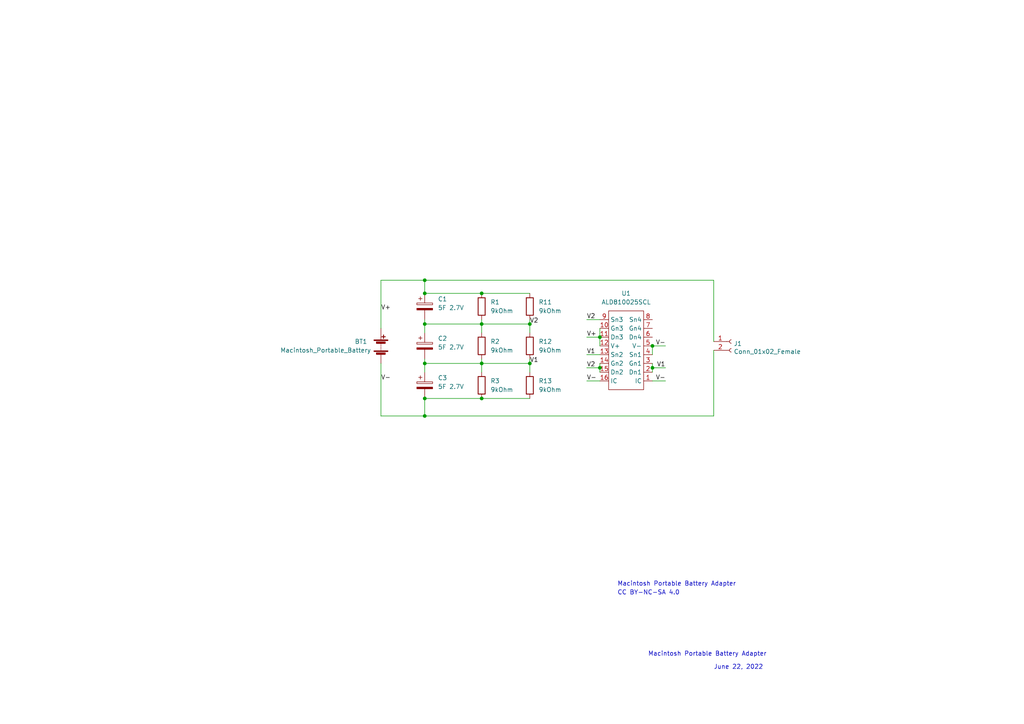
<source format=kicad_sch>
(kicad_sch (version 20211123) (generator eeschema)

  (uuid f022716e-b121-4cbf-a833-20e924070c22)

  (paper "A4")

  (lib_symbols
    (symbol "Connector:Conn_01x02_Female" (pin_names (offset 1.016) hide) (in_bom yes) (on_board yes)
      (property "Reference" "J" (id 0) (at 0 2.54 0)
        (effects (font (size 1.27 1.27)))
      )
      (property "Value" "Conn_01x02_Female" (id 1) (at 0 -5.08 0)
        (effects (font (size 1.27 1.27)))
      )
      (property "Footprint" "" (id 2) (at 0 0 0)
        (effects (font (size 1.27 1.27)) hide)
      )
      (property "Datasheet" "~" (id 3) (at 0 0 0)
        (effects (font (size 1.27 1.27)) hide)
      )
      (property "ki_keywords" "connector" (id 4) (at 0 0 0)
        (effects (font (size 1.27 1.27)) hide)
      )
      (property "ki_description" "Generic connector, single row, 01x02, script generated (kicad-library-utils/schlib/autogen/connector/)" (id 5) (at 0 0 0)
        (effects (font (size 1.27 1.27)) hide)
      )
      (property "ki_fp_filters" "Connector*:*_1x??_*" (id 6) (at 0 0 0)
        (effects (font (size 1.27 1.27)) hide)
      )
      (symbol "Conn_01x02_Female_1_1"
        (arc (start 0 -2.032) (mid -0.508 -2.54) (end 0 -3.048)
          (stroke (width 0.1524) (type default) (color 0 0 0 0))
          (fill (type none))
        )
        (polyline
          (pts
            (xy -1.27 -2.54)
            (xy -0.508 -2.54)
          )
          (stroke (width 0.1524) (type default) (color 0 0 0 0))
          (fill (type none))
        )
        (polyline
          (pts
            (xy -1.27 0)
            (xy -0.508 0)
          )
          (stroke (width 0.1524) (type default) (color 0 0 0 0))
          (fill (type none))
        )
        (arc (start 0 0.508) (mid -0.508 0) (end 0 -0.508)
          (stroke (width 0.1524) (type default) (color 0 0 0 0))
          (fill (type none))
        )
        (pin passive line (at -5.08 0 0) (length 3.81)
          (name "Pin_1" (effects (font (size 1.27 1.27))))
          (number "1" (effects (font (size 1.27 1.27))))
        )
        (pin passive line (at -5.08 -2.54 0) (length 3.81)
          (name "Pin_2" (effects (font (size 1.27 1.27))))
          (number "2" (effects (font (size 1.27 1.27))))
        )
      )
    )
    (symbol "Device:C_Polarized" (pin_numbers hide) (pin_names (offset 0.254)) (in_bom yes) (on_board yes)
      (property "Reference" "C" (id 0) (at 0.635 2.54 0)
        (effects (font (size 1.27 1.27)) (justify left))
      )
      (property "Value" "C_Polarized" (id 1) (at 0.635 -2.54 0)
        (effects (font (size 1.27 1.27)) (justify left))
      )
      (property "Footprint" "" (id 2) (at 0.9652 -3.81 0)
        (effects (font (size 1.27 1.27)) hide)
      )
      (property "Datasheet" "~" (id 3) (at 0 0 0)
        (effects (font (size 1.27 1.27)) hide)
      )
      (property "ki_keywords" "cap capacitor" (id 4) (at 0 0 0)
        (effects (font (size 1.27 1.27)) hide)
      )
      (property "ki_description" "Polarized capacitor" (id 5) (at 0 0 0)
        (effects (font (size 1.27 1.27)) hide)
      )
      (property "ki_fp_filters" "CP_*" (id 6) (at 0 0 0)
        (effects (font (size 1.27 1.27)) hide)
      )
      (symbol "C_Polarized_0_1"
        (rectangle (start -2.286 0.508) (end 2.286 1.016)
          (stroke (width 0) (type default) (color 0 0 0 0))
          (fill (type none))
        )
        (polyline
          (pts
            (xy -1.778 2.286)
            (xy -0.762 2.286)
          )
          (stroke (width 0) (type default) (color 0 0 0 0))
          (fill (type none))
        )
        (polyline
          (pts
            (xy -1.27 2.794)
            (xy -1.27 1.778)
          )
          (stroke (width 0) (type default) (color 0 0 0 0))
          (fill (type none))
        )
        (rectangle (start 2.286 -0.508) (end -2.286 -1.016)
          (stroke (width 0) (type default) (color 0 0 0 0))
          (fill (type outline))
        )
      )
      (symbol "C_Polarized_1_1"
        (pin passive line (at 0 3.81 270) (length 2.794)
          (name "~" (effects (font (size 1.27 1.27))))
          (number "1" (effects (font (size 1.27 1.27))))
        )
        (pin passive line (at 0 -3.81 90) (length 2.794)
          (name "~" (effects (font (size 1.27 1.27))))
          (number "2" (effects (font (size 1.27 1.27))))
        )
      )
    )
    (symbol "Device:R" (pin_numbers hide) (pin_names (offset 0)) (in_bom yes) (on_board yes)
      (property "Reference" "R" (id 0) (at 2.032 0 90)
        (effects (font (size 1.27 1.27)))
      )
      (property "Value" "R" (id 1) (at 0 0 90)
        (effects (font (size 1.27 1.27)))
      )
      (property "Footprint" "" (id 2) (at -1.778 0 90)
        (effects (font (size 1.27 1.27)) hide)
      )
      (property "Datasheet" "~" (id 3) (at 0 0 0)
        (effects (font (size 1.27 1.27)) hide)
      )
      (property "ki_keywords" "R res resistor" (id 4) (at 0 0 0)
        (effects (font (size 1.27 1.27)) hide)
      )
      (property "ki_description" "Resistor" (id 5) (at 0 0 0)
        (effects (font (size 1.27 1.27)) hide)
      )
      (property "ki_fp_filters" "R_*" (id 6) (at 0 0 0)
        (effects (font (size 1.27 1.27)) hide)
      )
      (symbol "R_0_1"
        (rectangle (start -1.016 -2.54) (end 1.016 2.54)
          (stroke (width 0.254) (type default) (color 0 0 0 0))
          (fill (type none))
        )
      )
      (symbol "R_1_1"
        (pin passive line (at 0 3.81 270) (length 1.27)
          (name "~" (effects (font (size 1.27 1.27))))
          (number "1" (effects (font (size 1.27 1.27))))
        )
        (pin passive line (at 0 -3.81 90) (length 1.27)
          (name "~" (effects (font (size 1.27 1.27))))
          (number "2" (effects (font (size 1.27 1.27))))
        )
      )
    )
    (symbol "project:ALD810025SCL" (in_bom yes) (on_board yes)
      (property "Reference" "U" (id 0) (at 0 12.7 0)
        (effects (font (size 1.27 1.27)))
      )
      (property "Value" "ALD810025SCL" (id 1) (at 0 15.24 0)
        (effects (font (size 1.27 1.27)))
      )
      (property "Footprint" "Package_SO:SOIC-16_3.9x9.9mm_P1.27mm" (id 2) (at 0 -1.27 0)
        (effects (font (size 1.27 1.27)) hide)
      )
      (property "Datasheet" "" (id 3) (at 0 -1.27 0)
        (effects (font (size 1.27 1.27)) hide)
      )
      (symbol "ALD810025SCL_0_1"
        (rectangle (start -5.08 11.43) (end 5.08 -11.43)
          (stroke (width 0) (type default) (color 0 0 0 0))
          (fill (type none))
        )
      )
      (symbol "ALD810025SCL_1_1"
        (pin input line (at -7.62 8.89 0) (length 2.54)
          (name "IC" (effects (font (size 1.27 1.27))))
          (number "1" (effects (font (size 1.27 1.27))))
        )
        (pin input line (at 7.62 -6.35 180) (length 2.54)
          (name "Gn3" (effects (font (size 1.27 1.27))))
          (number "10" (effects (font (size 1.27 1.27))))
        )
        (pin input line (at 7.62 -3.81 180) (length 2.54)
          (name "Dn3" (effects (font (size 1.27 1.27))))
          (number "11" (effects (font (size 1.27 1.27))))
        )
        (pin input line (at 7.62 -1.27 180) (length 2.54)
          (name "V+" (effects (font (size 1.27 1.27))))
          (number "12" (effects (font (size 1.27 1.27))))
        )
        (pin input line (at 7.62 1.27 180) (length 2.54)
          (name "Sn2" (effects (font (size 1.27 1.27))))
          (number "13" (effects (font (size 1.27 1.27))))
        )
        (pin input line (at 7.62 3.81 180) (length 2.54)
          (name "Gn2" (effects (font (size 1.27 1.27))))
          (number "14" (effects (font (size 1.27 1.27))))
        )
        (pin input line (at 7.62 6.35 180) (length 2.54)
          (name "Dn2" (effects (font (size 1.27 1.27))))
          (number "15" (effects (font (size 1.27 1.27))))
        )
        (pin input line (at 7.62 8.89 180) (length 2.54)
          (name "IC" (effects (font (size 1.27 1.27))))
          (number "16" (effects (font (size 1.27 1.27))))
        )
        (pin input line (at -7.62 6.35 0) (length 2.54)
          (name "Dn1" (effects (font (size 1.27 1.27))))
          (number "2" (effects (font (size 1.27 1.27))))
        )
        (pin input line (at -7.62 3.81 0) (length 2.54)
          (name "Gn1" (effects (font (size 1.27 1.27))))
          (number "3" (effects (font (size 1.27 1.27))))
        )
        (pin input line (at -7.62 1.27 0) (length 2.54)
          (name "Sn1" (effects (font (size 1.27 1.27))))
          (number "4" (effects (font (size 1.27 1.27))))
        )
        (pin input line (at -7.62 -1.27 0) (length 2.54)
          (name "V-" (effects (font (size 1.27 1.27))))
          (number "5" (effects (font (size 1.27 1.27))))
        )
        (pin input line (at -7.62 -3.81 0) (length 2.54)
          (name "Dn4" (effects (font (size 1.27 1.27))))
          (number "6" (effects (font (size 1.27 1.27))))
        )
        (pin input line (at -7.62 -6.35 0) (length 2.54)
          (name "Gn4" (effects (font (size 1.27 1.27))))
          (number "7" (effects (font (size 1.27 1.27))))
        )
        (pin input line (at -7.62 -8.89 0) (length 2.54)
          (name "Sn4" (effects (font (size 1.27 1.27))))
          (number "8" (effects (font (size 1.27 1.27))))
        )
        (pin input line (at 7.62 -8.89 180) (length 2.54)
          (name "Sn3" (effects (font (size 1.27 1.27))))
          (number "9" (effects (font (size 1.27 1.27))))
        )
      )
    )
    (symbol "project:Macintosh_Portable_Battery" (pin_numbers hide) (pin_names (offset 0) hide) (in_bom yes) (on_board yes)
      (property "Reference" "BT" (id 0) (at 2.54 2.54 0)
        (effects (font (size 1.27 1.27)) (justify left))
      )
      (property "Value" "Macintosh_Portable_Battery" (id 1) (at 2.54 0 0)
        (effects (font (size 1.27 1.27)) (justify left))
      )
      (property "Footprint" "" (id 2) (at 0 1.524 90)
        (effects (font (size 1.27 1.27)) hide)
      )
      (property "Datasheet" "~" (id 3) (at 0 1.524 90)
        (effects (font (size 1.27 1.27)) hide)
      )
      (property "ki_keywords" "batt voltage-source cell" (id 4) (at 0 0 0)
        (effects (font (size 1.27 1.27)) hide)
      )
      (property "ki_description" "Multiple-cell battery" (id 5) (at 0 0 0)
        (effects (font (size 1.27 1.27)) hide)
      )
      (symbol "Macintosh_Portable_Battery_0_1"
        (rectangle (start -2.032 -1.397) (end 2.032 -1.651)
          (stroke (width 0) (type default) (color 0 0 0 0))
          (fill (type outline))
        )
        (rectangle (start -2.032 1.778) (end 2.032 1.524)
          (stroke (width 0) (type default) (color 0 0 0 0))
          (fill (type outline))
        )
        (rectangle (start -1.3208 -1.9812) (end 1.27 -2.4892)
          (stroke (width 0) (type default) (color 0 0 0 0))
          (fill (type outline))
        )
        (rectangle (start -1.3208 1.1938) (end 1.27 0.6858)
          (stroke (width 0) (type default) (color 0 0 0 0))
          (fill (type outline))
        )
        (polyline
          (pts
            (xy 0 -1.524)
            (xy 0 -1.27)
          )
          (stroke (width 0) (type default) (color 0 0 0 0))
          (fill (type none))
        )
        (polyline
          (pts
            (xy 0 -1.016)
            (xy 0 -0.762)
          )
          (stroke (width 0) (type default) (color 0 0 0 0))
          (fill (type none))
        )
        (polyline
          (pts
            (xy 0 -0.508)
            (xy 0 -0.254)
          )
          (stroke (width 0) (type default) (color 0 0 0 0))
          (fill (type none))
        )
        (polyline
          (pts
            (xy 0 0)
            (xy 0 0.254)
          )
          (stroke (width 0) (type default) (color 0 0 0 0))
          (fill (type none))
        )
        (polyline
          (pts
            (xy 0 0.508)
            (xy 0 0.762)
          )
          (stroke (width 0) (type default) (color 0 0 0 0))
          (fill (type none))
        )
        (polyline
          (pts
            (xy 0 1.778)
            (xy 0 2.54)
          )
          (stroke (width 0) (type default) (color 0 0 0 0))
          (fill (type none))
        )
        (polyline
          (pts
            (xy 0.254 2.667)
            (xy 1.27 2.667)
          )
          (stroke (width 0.254) (type default) (color 0 0 0 0))
          (fill (type none))
        )
        (polyline
          (pts
            (xy 0.762 3.175)
            (xy 0.762 2.159)
          )
          (stroke (width 0.254) (type default) (color 0 0 0 0))
          (fill (type none))
        )
      )
      (symbol "Macintosh_Portable_Battery_1_1"
        (pin passive line (at 0 5.08 270) (length 2.54)
          (name "+" (effects (font (size 1.27 1.27))))
          (number "1" (effects (font (size 1.27 1.27))))
        )
        (pin passive line (at 0 -5.08 90) (length 2.54)
          (name "-" (effects (font (size 1.27 1.27))))
          (number "2" (effects (font (size 1.27 1.27))))
        )
      )
    )
  )

  (junction (at 153.67 93.98) (diameter 0) (color 0 0 0 0)
    (uuid 1f8632ca-2774-4592-80e1-01eafacfe099)
  )
  (junction (at 139.7 115.57) (diameter 0) (color 0 0 0 0)
    (uuid 33eb8c7a-6e6b-4778-9ca0-857728f74878)
  )
  (junction (at 123.19 93.98) (diameter 0) (color 0 0 0 0)
    (uuid 390b45bc-773a-45ce-a981-fff89e4981fb)
  )
  (junction (at 123.19 81.28) (diameter 0) (color 0 0 0 0)
    (uuid 3ded4d6b-4da2-41e9-9a37-5ba2ae4381ad)
  )
  (junction (at 123.19 120.65) (diameter 0) (color 0 0 0 0)
    (uuid 48f618ea-de15-4c60-92fe-a6478d4074df)
  )
  (junction (at 139.7 105.41) (diameter 0) (color 0 0 0 0)
    (uuid 5b6d797f-86ea-41ad-9add-fca3a17ceca3)
  )
  (junction (at 189.23 106.68) (diameter 0) (color 0 0 0 0)
    (uuid 6b0516d3-4dd9-4e1e-9142-1039696aaa7c)
  )
  (junction (at 123.19 115.57) (diameter 0) (color 0 0 0 0)
    (uuid 8f5cfab3-6d97-4d3e-8fb9-7f2b3b884a79)
  )
  (junction (at 153.67 105.41) (diameter 0) (color 0 0 0 0)
    (uuid 94acaf53-623b-4c2f-8fa1-70b81c4850f8)
  )
  (junction (at 139.7 93.98) (diameter 0) (color 0 0 0 0)
    (uuid 9d49ba47-efc9-4eed-bdd6-c0e7af7589db)
  )
  (junction (at 173.99 97.79) (diameter 0) (color 0 0 0 0)
    (uuid b6ef5e2a-4f65-4524-8046-ee7d7380eacd)
  )
  (junction (at 173.99 106.68) (diameter 0) (color 0 0 0 0)
    (uuid b95f2421-1153-4206-ba17-2b577fed61b4)
  )
  (junction (at 123.19 105.41) (diameter 0) (color 0 0 0 0)
    (uuid d3218665-1c4d-4b80-b1cb-d53dcfa9cda4)
  )
  (junction (at 189.23 100.33) (diameter 0) (color 0 0 0 0)
    (uuid f958fe05-34da-4d4e-8f89-a86170a8f8e9)
  )
  (junction (at 139.7 85.09) (diameter 0) (color 0 0 0 0)
    (uuid f9a76da2-bf1d-4e01-8cdf-888f7f979417)
  )
  (junction (at 123.19 85.09) (diameter 0) (color 0 0 0 0)
    (uuid fe48284f-64f2-472a-ad3f-f312adaecf72)
  )

  (wire (pts (xy 193.04 100.33) (xy 189.23 100.33))
    (stroke (width 0) (type default) (color 0 0 0 0))
    (uuid 01b51d2a-5805-41d6-b361-772ac0a7a9c6)
  )
  (wire (pts (xy 123.19 115.57) (xy 123.19 120.65))
    (stroke (width 0) (type default) (color 0 0 0 0))
    (uuid 060a1c50-6abc-415c-a5c5-eab168ad30cb)
  )
  (wire (pts (xy 123.19 85.09) (xy 139.7 85.09))
    (stroke (width 0) (type default) (color 0 0 0 0))
    (uuid 1257492e-ab71-457c-9af6-58db173d3107)
  )
  (wire (pts (xy 170.18 92.71) (xy 173.99 92.71))
    (stroke (width 0) (type default) (color 0 0 0 0))
    (uuid 12ee5fc6-e08d-4a7b-b06c-2f2927e97507)
  )
  (wire (pts (xy 153.67 92.71) (xy 153.67 93.98))
    (stroke (width 0) (type default) (color 0 0 0 0))
    (uuid 21886710-6d03-405d-b833-0830ca3c36ce)
  )
  (wire (pts (xy 173.99 106.68) (xy 173.99 105.41))
    (stroke (width 0) (type default) (color 0 0 0 0))
    (uuid 235f306a-9d5a-4bad-b3cd-71bc68936595)
  )
  (wire (pts (xy 189.23 102.87) (xy 189.23 100.33))
    (stroke (width 0) (type default) (color 0 0 0 0))
    (uuid 26a69a0e-0e18-4d96-96ef-aaf4b5592d70)
  )
  (wire (pts (xy 123.19 120.65) (xy 207.01 120.65))
    (stroke (width 0) (type default) (color 0 0 0 0))
    (uuid 27c3c039-ee6a-4a27-b69d-8a0abc3728e5)
  )
  (wire (pts (xy 123.19 81.28) (xy 110.49 81.28))
    (stroke (width 0) (type default) (color 0 0 0 0))
    (uuid 27fa4445-4cae-443b-a87e-b0d420415c33)
  )
  (wire (pts (xy 189.23 107.95) (xy 189.23 106.68))
    (stroke (width 0) (type default) (color 0 0 0 0))
    (uuid 29244bfb-5140-49a2-b4a4-02f1ce9f4524)
  )
  (wire (pts (xy 173.99 97.79) (xy 173.99 100.33))
    (stroke (width 0) (type default) (color 0 0 0 0))
    (uuid 297060d9-ff71-4a64-8471-f933b7574b95)
  )
  (wire (pts (xy 123.19 93.98) (xy 139.7 93.98))
    (stroke (width 0) (type default) (color 0 0 0 0))
    (uuid 2e285997-c226-4688-89a8-d610ed0c170d)
  )
  (wire (pts (xy 123.19 81.28) (xy 207.01 81.28))
    (stroke (width 0) (type default) (color 0 0 0 0))
    (uuid 2e54ecb2-d8a5-4054-82eb-83db69eed5bb)
  )
  (wire (pts (xy 123.19 92.71) (xy 123.19 93.98))
    (stroke (width 0) (type default) (color 0 0 0 0))
    (uuid 3863ff53-3571-4c40-95e9-7ca9f28906ab)
  )
  (wire (pts (xy 123.19 120.65) (xy 110.49 120.65))
    (stroke (width 0) (type default) (color 0 0 0 0))
    (uuid 38bba546-d211-41b5-8ada-cab6cd68d545)
  )
  (wire (pts (xy 139.7 105.41) (xy 153.67 105.41))
    (stroke (width 0) (type default) (color 0 0 0 0))
    (uuid 4c60cb47-f744-4c40-a7d7-370fe1717142)
  )
  (wire (pts (xy 173.99 110.49) (xy 170.18 110.49))
    (stroke (width 0) (type default) (color 0 0 0 0))
    (uuid 52cd4a49-da5c-4e0c-89bd-1f81a9dc48b6)
  )
  (wire (pts (xy 173.99 106.68) (xy 170.18 106.68))
    (stroke (width 0) (type default) (color 0 0 0 0))
    (uuid 5532c231-bd16-4466-b723-6dff7b9fd10b)
  )
  (wire (pts (xy 139.7 93.98) (xy 139.7 96.52))
    (stroke (width 0) (type default) (color 0 0 0 0))
    (uuid 646e0ff4-3214-4e82-a839-9d6580d3c4fa)
  )
  (wire (pts (xy 123.19 81.28) (xy 123.19 85.09))
    (stroke (width 0) (type default) (color 0 0 0 0))
    (uuid 6ad63e69-6248-4dc1-9441-8a7c57844020)
  )
  (wire (pts (xy 139.7 92.71) (xy 139.7 93.98))
    (stroke (width 0) (type default) (color 0 0 0 0))
    (uuid 7186791b-b394-4326-bb9a-cd71b645b54a)
  )
  (wire (pts (xy 173.99 95.25) (xy 173.99 97.79))
    (stroke (width 0) (type default) (color 0 0 0 0))
    (uuid 73fbdab2-49cc-45aa-be13-7954e1e2b668)
  )
  (wire (pts (xy 139.7 93.98) (xy 153.67 93.98))
    (stroke (width 0) (type default) (color 0 0 0 0))
    (uuid 744fcb8b-96da-45bd-a707-ab6740fda998)
  )
  (wire (pts (xy 123.19 115.57) (xy 139.7 115.57))
    (stroke (width 0) (type default) (color 0 0 0 0))
    (uuid 7e3f5f2c-0e65-41d0-9773-a182381af2dc)
  )
  (wire (pts (xy 207.01 99.06) (xy 207.01 81.28))
    (stroke (width 0) (type default) (color 0 0 0 0))
    (uuid 909b030b-fa1a-4fe8-b1ee-422b4d9e23cf)
  )
  (wire (pts (xy 193.04 106.68) (xy 189.23 106.68))
    (stroke (width 0) (type default) (color 0 0 0 0))
    (uuid 9c02f04c-6f9f-42a7-98ec-22c6065f0daa)
  )
  (wire (pts (xy 139.7 104.14) (xy 139.7 105.41))
    (stroke (width 0) (type default) (color 0 0 0 0))
    (uuid 9d6a82c1-0f4d-4bae-870a-6ea72ab488c3)
  )
  (wire (pts (xy 173.99 97.79) (xy 170.18 97.79))
    (stroke (width 0) (type default) (color 0 0 0 0))
    (uuid a71477b3-c1a5-4f07-8ebe-bab77a4db7c2)
  )
  (wire (pts (xy 123.19 105.41) (xy 123.19 107.95))
    (stroke (width 0) (type default) (color 0 0 0 0))
    (uuid a73a8d40-54e3-4777-92e2-ea395345feb6)
  )
  (wire (pts (xy 170.18 102.87) (xy 173.99 102.87))
    (stroke (width 0) (type default) (color 0 0 0 0))
    (uuid a8090d45-ee08-41c0-bea3-2e665b3359a3)
  )
  (wire (pts (xy 110.49 81.28) (xy 110.49 95.25))
    (stroke (width 0) (type default) (color 0 0 0 0))
    (uuid aed7e476-526e-495c-9d05-e5fdb09230ea)
  )
  (wire (pts (xy 153.67 93.98) (xy 153.67 96.52))
    (stroke (width 0) (type default) (color 0 0 0 0))
    (uuid b3e59c58-f355-435d-8049-d3705902e5e0)
  )
  (wire (pts (xy 189.23 106.68) (xy 189.23 105.41))
    (stroke (width 0) (type default) (color 0 0 0 0))
    (uuid b7a8976a-daa8-4e3c-9d03-cef69343c993)
  )
  (wire (pts (xy 139.7 115.57) (xy 153.67 115.57))
    (stroke (width 0) (type default) (color 0 0 0 0))
    (uuid b9bda27c-ba2f-486a-b6d5-8aea76153f2e)
  )
  (wire (pts (xy 139.7 105.41) (xy 139.7 107.95))
    (stroke (width 0) (type default) (color 0 0 0 0))
    (uuid baa5f660-a25b-49cc-b2d4-d628ebc6e74a)
  )
  (wire (pts (xy 153.67 105.41) (xy 153.67 107.95))
    (stroke (width 0) (type default) (color 0 0 0 0))
    (uuid bce7ae27-baab-4204-b11a-3c3f781b87e0)
  )
  (wire (pts (xy 173.99 107.95) (xy 173.99 106.68))
    (stroke (width 0) (type default) (color 0 0 0 0))
    (uuid caf9cfd6-58f6-47ba-a40a-7ba3f761e188)
  )
  (wire (pts (xy 193.04 110.49) (xy 189.23 110.49))
    (stroke (width 0) (type default) (color 0 0 0 0))
    (uuid d13ee432-c1e8-49ff-ae3b-c3dba25df7aa)
  )
  (wire (pts (xy 123.19 104.14) (xy 123.19 105.41))
    (stroke (width 0) (type default) (color 0 0 0 0))
    (uuid d231e753-2491-4ced-886b-e6aa4e419054)
  )
  (wire (pts (xy 139.7 85.09) (xy 153.67 85.09))
    (stroke (width 0) (type default) (color 0 0 0 0))
    (uuid dcd01e69-82e0-470d-a727-5378c9b75f4d)
  )
  (wire (pts (xy 153.67 104.14) (xy 153.67 105.41))
    (stroke (width 0) (type default) (color 0 0 0 0))
    (uuid dcea6039-5144-4402-9cdb-96b4cc5430df)
  )
  (wire (pts (xy 123.19 93.98) (xy 123.19 96.52))
    (stroke (width 0) (type default) (color 0 0 0 0))
    (uuid de82e2cf-eba5-41d6-8a44-795ca857f55b)
  )
  (wire (pts (xy 123.19 105.41) (xy 139.7 105.41))
    (stroke (width 0) (type default) (color 0 0 0 0))
    (uuid dee5435e-947e-4e18-a6d2-a18384b7e519)
  )
  (wire (pts (xy 207.01 101.6) (xy 207.01 120.65))
    (stroke (width 0) (type default) (color 0 0 0 0))
    (uuid ebadd2a5-21ab-4a7e-b5bc-6f737367e560)
  )
  (wire (pts (xy 110.49 120.65) (xy 110.49 105.41))
    (stroke (width 0) (type default) (color 0 0 0 0))
    (uuid fdb2751a-dcff-4be4-87e2-5c2b86056291)
  )

  (text "CC BY-NC-SA 4.0" (at 179.07 172.72 0)
    (effects (font (size 1.27 1.27)) (justify left bottom))
    (uuid 2bef89de-08c7-4a13-9d85-67948d429ca0)
  )
  (text "Macintosh Portable Battery Adapter" (at 187.96 190.5 0)
    (effects (font (size 1.27 1.27)) (justify left bottom))
    (uuid 6ca3c38c-4e71-4202-b6c1-1b25f04a27ae)
  )
  (text "June 22, 2022" (at 207.01 194.31 0)
    (effects (font (size 1.27 1.27)) (justify left bottom))
    (uuid cb868d2e-5efb-4bfb-8796-88435b326918)
  )
  (text "Macintosh Portable Battery Adapter" (at 179.07 170.18 0)
    (effects (font (size 1.27 1.27)) (justify left bottom))
    (uuid fc0a4225-db46-4d48-8163-d522602d57cd)
  )

  (label "V2" (at 153.67 93.98 0)
    (effects (font (size 1.27 1.27)) (justify left bottom))
    (uuid 41e44176-3d3e-4b19-aea0-11112cd54efe)
  )
  (label "V-" (at 193.04 100.33 180)
    (effects (font (size 1.27 1.27)) (justify right bottom))
    (uuid 6449bcca-8b41-40fd-9d18-d403ea061631)
  )
  (label "V+" (at 170.18 97.79 0)
    (effects (font (size 1.27 1.27)) (justify left bottom))
    (uuid 64cfae15-a851-4a3c-a7ca-8f03d3c9f2fc)
  )
  (label "V2" (at 170.18 92.71 0)
    (effects (font (size 1.27 1.27)) (justify left bottom))
    (uuid 7ce33252-41b5-4c0a-8fd8-a797d058f875)
  )
  (label "V-" (at 170.18 110.49 0)
    (effects (font (size 1.27 1.27)) (justify left bottom))
    (uuid 82f76f81-5329-43b2-9578-c73ed3bb4589)
  )
  (label "V1" (at 170.18 102.87 0)
    (effects (font (size 1.27 1.27)) (justify left bottom))
    (uuid 9b742d98-806c-4e7b-a5fc-476913062bbb)
  )
  (label "V-" (at 110.49 110.49 0)
    (effects (font (size 1.27 1.27)) (justify left bottom))
    (uuid aba3e0fa-6a62-4c6d-ad67-d2d6fd835328)
  )
  (label "V1" (at 153.67 105.41 0)
    (effects (font (size 1.27 1.27)) (justify left bottom))
    (uuid b31ea008-d5b7-4eb4-b841-6df36c54f260)
  )
  (label "V1" (at 190.5 106.68 0)
    (effects (font (size 1.27 1.27)) (justify left bottom))
    (uuid b85f4b12-e46a-4d6c-8ce0-fc76633ed59f)
  )
  (label "V+" (at 110.49 90.17 0)
    (effects (font (size 1.27 1.27)) (justify left bottom))
    (uuid bc1d5204-4587-4b07-b88d-591732fde795)
  )
  (label "V-" (at 193.04 110.49 180)
    (effects (font (size 1.27 1.27)) (justify right bottom))
    (uuid eef9d69e-7a4b-4b18-b23e-19fba6e24955)
  )
  (label "V2" (at 170.18 106.68 0)
    (effects (font (size 1.27 1.27)) (justify left bottom))
    (uuid fa38177d-ff58-4b79-b02f-18b7f14dce7e)
  )

  (symbol (lib_id "project:Macintosh_Portable_Battery") (at 110.49 100.33 0) (unit 1)
    (in_bom yes) (on_board yes)
    (uuid 00000000-0000-0000-0000-000061ccbd7a)
    (property "Reference" "BT1" (id 0) (at 102.87 99.06 0)
      (effects (font (size 1.27 1.27)) (justify left))
    )
    (property "Value" "Macintosh_Portable_Battery" (id 1) (at 81.28 101.6 0)
      (effects (font (size 1.27 1.27)) (justify left))
    )
    (property "Footprint" "project:Macintosh_Portable_Battery_Contacts" (id 2) (at 110.49 98.806 90)
      (effects (font (size 1.27 1.27)) hide)
    )
    (property "Datasheet" "~" (id 3) (at 110.49 98.806 90)
      (effects (font (size 1.27 1.27)) hide)
    )
    (pin "1" (uuid bee0487e-a651-442d-aa85-19b02ce5e689))
    (pin "2" (uuid 2aa4be08-672a-4b76-8fe7-581763319bb5))
  )

  (symbol (lib_id "Connector:Conn_01x02_Female") (at 212.09 99.06 0) (unit 1)
    (in_bom yes) (on_board yes)
    (uuid 00000000-0000-0000-0000-000061ccc7ae)
    (property "Reference" "J1" (id 0) (at 212.8012 99.6696 0)
      (effects (font (size 1.27 1.27)) (justify left))
    )
    (property "Value" "Conn_01x02_Female" (id 1) (at 212.8012 101.981 0)
      (effects (font (size 1.27 1.27)) (justify left))
    )
    (property "Footprint" "project:Macintosh_Portable_Battery_Wire_Pads" (id 2) (at 212.09 99.06 0)
      (effects (font (size 1.27 1.27)) hide)
    )
    (property "Datasheet" "~" (id 3) (at 212.09 99.06 0)
      (effects (font (size 1.27 1.27)) hide)
    )
    (pin "1" (uuid 26de8071-b874-424c-a095-058ed68bac04))
    (pin "2" (uuid ae0d7f52-25db-435f-8736-0bdf43070b16))
  )

  (symbol (lib_id "Device:R") (at 139.7 111.76 0) (unit 1)
    (in_bom yes) (on_board yes) (fields_autoplaced)
    (uuid 2a7f1875-2810-497c-a8c9-1756624f4843)
    (property "Reference" "R3" (id 0) (at 142.24 110.4899 0)
      (effects (font (size 1.27 1.27)) (justify left))
    )
    (property "Value" "" (id 1) (at 142.24 113.0299 0)
      (effects (font (size 1.27 1.27)) (justify left))
    )
    (property "Footprint" "" (id 2) (at 137.922 111.76 90)
      (effects (font (size 1.27 1.27)) hide)
    )
    (property "Datasheet" "~" (id 3) (at 139.7 111.76 0)
      (effects (font (size 1.27 1.27)) hide)
    )
    (pin "1" (uuid 361c542d-ed0b-42eb-a952-4b81fc9e76fe))
    (pin "2" (uuid e7327f81-302f-46a6-8bc1-7bf1eb5b93a8))
  )

  (symbol (lib_id "project:ALD810025SCL") (at 181.61 101.6 180) (unit 1)
    (in_bom yes) (on_board yes) (fields_autoplaced)
    (uuid 31c548c5-b539-4085-bcef-93103e1e6e6e)
    (property "Reference" "U1" (id 0) (at 181.61 85.09 0))
    (property "Value" "" (id 1) (at 181.61 87.63 0))
    (property "Footprint" "" (id 2) (at 181.61 100.33 0)
      (effects (font (size 1.27 1.27)) hide)
    )
    (property "Datasheet" "" (id 3) (at 181.61 100.33 0)
      (effects (font (size 1.27 1.27)) hide)
    )
    (pin "1" (uuid d36c7265-d08d-477c-993d-3a36cb014c05))
    (pin "10" (uuid a1d7aba3-441c-4820-879c-11a0b1f0d8e0))
    (pin "11" (uuid f46e8765-0abb-430d-b807-b5abc26146b5))
    (pin "12" (uuid 0375f49c-cd6a-42bb-b69e-9fab92780fa3))
    (pin "13" (uuid 9625ff2c-6fb0-4052-981d-a200df284c38))
    (pin "14" (uuid 1e6f0150-77e2-4008-b7f7-70271c3473d5))
    (pin "15" (uuid 41d57354-b3c4-4f3c-8ba6-780cb005663b))
    (pin "16" (uuid 36befe30-e97d-4c5d-8180-109a9bb22e2b))
    (pin "2" (uuid 026c207c-e0c3-4435-b3a7-20f5f8c36aae))
    (pin "3" (uuid 0123d08c-5dda-428f-a1ff-4cf3c7859f77))
    (pin "4" (uuid 8e98395b-03e9-4e8e-9c42-eaecd3feb22e))
    (pin "5" (uuid d8cd6e53-b529-47dc-be1a-04707efa1c9d))
    (pin "6" (uuid 5afb3864-93ce-4add-944c-e782b3b743e1))
    (pin "7" (uuid 605c910d-69b2-4abf-b617-9d182f379180))
    (pin "8" (uuid 07d6101a-ee18-4348-aa2b-53bf4b6d360d))
    (pin "9" (uuid 4b0bd9f0-48ca-498e-ae53-d4dd7a6c1f9d))
  )

  (symbol (lib_id "Device:R") (at 153.67 100.33 0) (unit 1)
    (in_bom yes) (on_board yes) (fields_autoplaced)
    (uuid 34e005ee-473a-4f0d-9762-4836c6b9ccf9)
    (property "Reference" "R12" (id 0) (at 156.21 99.0599 0)
      (effects (font (size 1.27 1.27)) (justify left))
    )
    (property "Value" "" (id 1) (at 156.21 101.5999 0)
      (effects (font (size 1.27 1.27)) (justify left))
    )
    (property "Footprint" "" (id 2) (at 151.892 100.33 90)
      (effects (font (size 1.27 1.27)) hide)
    )
    (property "Datasheet" "~" (id 3) (at 153.67 100.33 0)
      (effects (font (size 1.27 1.27)) hide)
    )
    (pin "1" (uuid afbbc8a6-e52f-4016-aadc-e67783eb46ae))
    (pin "2" (uuid d8218781-acbb-4fc3-8324-1feef1b23062))
  )

  (symbol (lib_id "Device:R") (at 139.7 88.9 0) (unit 1)
    (in_bom yes) (on_board yes) (fields_autoplaced)
    (uuid 4526da8b-f3d6-4db0-a004-e36f1e2e76f0)
    (property "Reference" "R1" (id 0) (at 142.24 87.6299 0)
      (effects (font (size 1.27 1.27)) (justify left))
    )
    (property "Value" "" (id 1) (at 142.24 90.1699 0)
      (effects (font (size 1.27 1.27)) (justify left))
    )
    (property "Footprint" "" (id 2) (at 137.922 88.9 90)
      (effects (font (size 1.27 1.27)) hide)
    )
    (property "Datasheet" "~" (id 3) (at 139.7 88.9 0)
      (effects (font (size 1.27 1.27)) hide)
    )
    (pin "1" (uuid 55b33b8c-0a6b-4bf1-bc66-c551dbe2b3c8))
    (pin "2" (uuid 01dc1571-76dd-4f64-bc6d-cc0bf0c32f59))
  )

  (symbol (lib_id "Device:C_Polarized") (at 123.19 111.76 0) (unit 1)
    (in_bom yes) (on_board yes) (fields_autoplaced)
    (uuid 7ec655e6-18e7-4ac7-958c-57cde557283c)
    (property "Reference" "C3" (id 0) (at 127 109.6009 0)
      (effects (font (size 1.27 1.27)) (justify left))
    )
    (property "Value" "" (id 1) (at 127 112.1409 0)
      (effects (font (size 1.27 1.27)) (justify left))
    )
    (property "Footprint" "" (id 2) (at 124.1552 115.57 0)
      (effects (font (size 1.27 1.27)) hide)
    )
    (property "Datasheet" "~" (id 3) (at 123.19 111.76 0)
      (effects (font (size 1.27 1.27)) hide)
    )
    (pin "1" (uuid b98b9a15-4492-4703-aaa6-9229f084028a))
    (pin "2" (uuid 4148b4a6-f661-45e1-be9a-a93d7bf5aa74))
  )

  (symbol (lib_id "Device:C_Polarized") (at 123.19 88.9 0) (unit 1)
    (in_bom yes) (on_board yes) (fields_autoplaced)
    (uuid 7f435098-d85b-42cc-8461-7690d9182834)
    (property "Reference" "C1" (id 0) (at 127 86.7409 0)
      (effects (font (size 1.27 1.27)) (justify left))
    )
    (property "Value" "" (id 1) (at 127 89.2809 0)
      (effects (font (size 1.27 1.27)) (justify left))
    )
    (property "Footprint" "" (id 2) (at 124.1552 92.71 0)
      (effects (font (size 1.27 1.27)) hide)
    )
    (property "Datasheet" "~" (id 3) (at 123.19 88.9 0)
      (effects (font (size 1.27 1.27)) hide)
    )
    (pin "1" (uuid 7bca5ce3-6022-488e-b575-434a9a81f20c))
    (pin "2" (uuid 068537eb-19b5-43c2-a1fa-b0fc53cc0414))
  )

  (symbol (lib_id "Device:R") (at 153.67 88.9 0) (unit 1)
    (in_bom yes) (on_board yes) (fields_autoplaced)
    (uuid cf8c3ad5-f9c3-4357-b48a-2ad8040608a5)
    (property "Reference" "R11" (id 0) (at 156.21 87.6299 0)
      (effects (font (size 1.27 1.27)) (justify left))
    )
    (property "Value" "" (id 1) (at 156.21 90.1699 0)
      (effects (font (size 1.27 1.27)) (justify left))
    )
    (property "Footprint" "" (id 2) (at 151.892 88.9 90)
      (effects (font (size 1.27 1.27)) hide)
    )
    (property "Datasheet" "~" (id 3) (at 153.67 88.9 0)
      (effects (font (size 1.27 1.27)) hide)
    )
    (pin "1" (uuid a72096c2-55e9-4bbc-ac08-f1bd68e8ab37))
    (pin "2" (uuid 96189948-ade0-4626-aa53-604136499929))
  )

  (symbol (lib_id "Device:R") (at 139.7 100.33 0) (unit 1)
    (in_bom yes) (on_board yes) (fields_autoplaced)
    (uuid d54e41b9-e9e5-4135-8b1b-a881b4f3d03e)
    (property "Reference" "R2" (id 0) (at 142.24 99.0599 0)
      (effects (font (size 1.27 1.27)) (justify left))
    )
    (property "Value" "" (id 1) (at 142.24 101.5999 0)
      (effects (font (size 1.27 1.27)) (justify left))
    )
    (property "Footprint" "" (id 2) (at 137.922 100.33 90)
      (effects (font (size 1.27 1.27)) hide)
    )
    (property "Datasheet" "~" (id 3) (at 139.7 100.33 0)
      (effects (font (size 1.27 1.27)) hide)
    )
    (pin "1" (uuid 1c08bb81-d114-4623-b8d0-06809fa699b9))
    (pin "2" (uuid 1a13b0de-7ae4-4e16-92b9-1c2dd46c2d5a))
  )

  (symbol (lib_id "Device:R") (at 153.67 111.76 0) (unit 1)
    (in_bom yes) (on_board yes) (fields_autoplaced)
    (uuid e05727a6-207d-4df8-9973-f14bd39d9299)
    (property "Reference" "R13" (id 0) (at 156.21 110.4899 0)
      (effects (font (size 1.27 1.27)) (justify left))
    )
    (property "Value" "" (id 1) (at 156.21 113.0299 0)
      (effects (font (size 1.27 1.27)) (justify left))
    )
    (property "Footprint" "" (id 2) (at 151.892 111.76 90)
      (effects (font (size 1.27 1.27)) hide)
    )
    (property "Datasheet" "~" (id 3) (at 153.67 111.76 0)
      (effects (font (size 1.27 1.27)) hide)
    )
    (pin "1" (uuid a63c17cb-1f77-4dc3-872b-fcf1634dda77))
    (pin "2" (uuid d2110830-f522-4cca-9f47-83564efcc93e))
  )

  (symbol (lib_id "Device:C_Polarized") (at 123.19 100.33 0) (unit 1)
    (in_bom yes) (on_board yes) (fields_autoplaced)
    (uuid f78293ac-1103-4e67-8945-0ff601c7a7ad)
    (property "Reference" "C2" (id 0) (at 127 98.1709 0)
      (effects (font (size 1.27 1.27)) (justify left))
    )
    (property "Value" "" (id 1) (at 127 100.7109 0)
      (effects (font (size 1.27 1.27)) (justify left))
    )
    (property "Footprint" "" (id 2) (at 124.1552 104.14 0)
      (effects (font (size 1.27 1.27)) hide)
    )
    (property "Datasheet" "~" (id 3) (at 123.19 100.33 0)
      (effects (font (size 1.27 1.27)) hide)
    )
    (pin "1" (uuid a7d6f8e3-c166-4ec9-bbdd-7ae08262032b))
    (pin "2" (uuid f8b93769-bb69-490c-8294-ca102c4c304b))
  )

  (sheet_instances
    (path "/" (page "1"))
  )

  (symbol_instances
    (path "/00000000-0000-0000-0000-000061ccbd7a"
      (reference "BT1") (unit 1) (value "Macintosh_Portable_Battery") (footprint "project:Macintosh_Portable_Battery_Contacts")
    )
    (path "/7f435098-d85b-42cc-8461-7690d9182834"
      (reference "C1") (unit 1) (value "5F 2.7V") (footprint "Capacitor_THT:CP_Radial_D10.0mm_P5.00mm")
    )
    (path "/f78293ac-1103-4e67-8945-0ff601c7a7ad"
      (reference "C2") (unit 1) (value "5F 2.7V") (footprint "Capacitor_THT:CP_Radial_D10.0mm_P5.00mm")
    )
    (path "/7ec655e6-18e7-4ac7-958c-57cde557283c"
      (reference "C3") (unit 1) (value "5F 2.7V") (footprint "Capacitor_THT:CP_Radial_D10.0mm_P5.00mm")
    )
    (path "/00000000-0000-0000-0000-000061ccc7ae"
      (reference "J1") (unit 1) (value "Conn_01x02_Female") (footprint "project:Macintosh_Portable_Battery_Wire_Pads")
    )
    (path "/4526da8b-f3d6-4db0-a004-e36f1e2e76f0"
      (reference "R1") (unit 1) (value "9kOhm") (footprint "Resistor_THT:R_Axial_DIN0207_L6.3mm_D2.5mm_P10.16mm_Horizontal")
    )
    (path "/d54e41b9-e9e5-4135-8b1b-a881b4f3d03e"
      (reference "R2") (unit 1) (value "9kOhm") (footprint "Resistor_THT:R_Axial_DIN0207_L6.3mm_D2.5mm_P10.16mm_Horizontal")
    )
    (path "/2a7f1875-2810-497c-a8c9-1756624f4843"
      (reference "R3") (unit 1) (value "9kOhm") (footprint "Resistor_THT:R_Axial_DIN0207_L6.3mm_D2.5mm_P10.16mm_Horizontal")
    )
    (path "/cf8c3ad5-f9c3-4357-b48a-2ad8040608a5"
      (reference "R11") (unit 1) (value "9kOhm") (footprint "Resistor_SMD:R_0805_2012Metric_Pad1.20x1.40mm_HandSolder")
    )
    (path "/34e005ee-473a-4f0d-9762-4836c6b9ccf9"
      (reference "R12") (unit 1) (value "9kOhm") (footprint "Resistor_SMD:R_0805_2012Metric_Pad1.20x1.40mm_HandSolder")
    )
    (path "/e05727a6-207d-4df8-9973-f14bd39d9299"
      (reference "R13") (unit 1) (value "9kOhm") (footprint "Resistor_SMD:R_0805_2012Metric_Pad1.20x1.40mm_HandSolder")
    )
    (path "/31c548c5-b539-4085-bcef-93103e1e6e6e"
      (reference "U1") (unit 1) (value "ALD810025SCL") (footprint "Package_SO:SOIC-16_3.9x9.9mm_P1.27mm")
    )
  )
)

</source>
